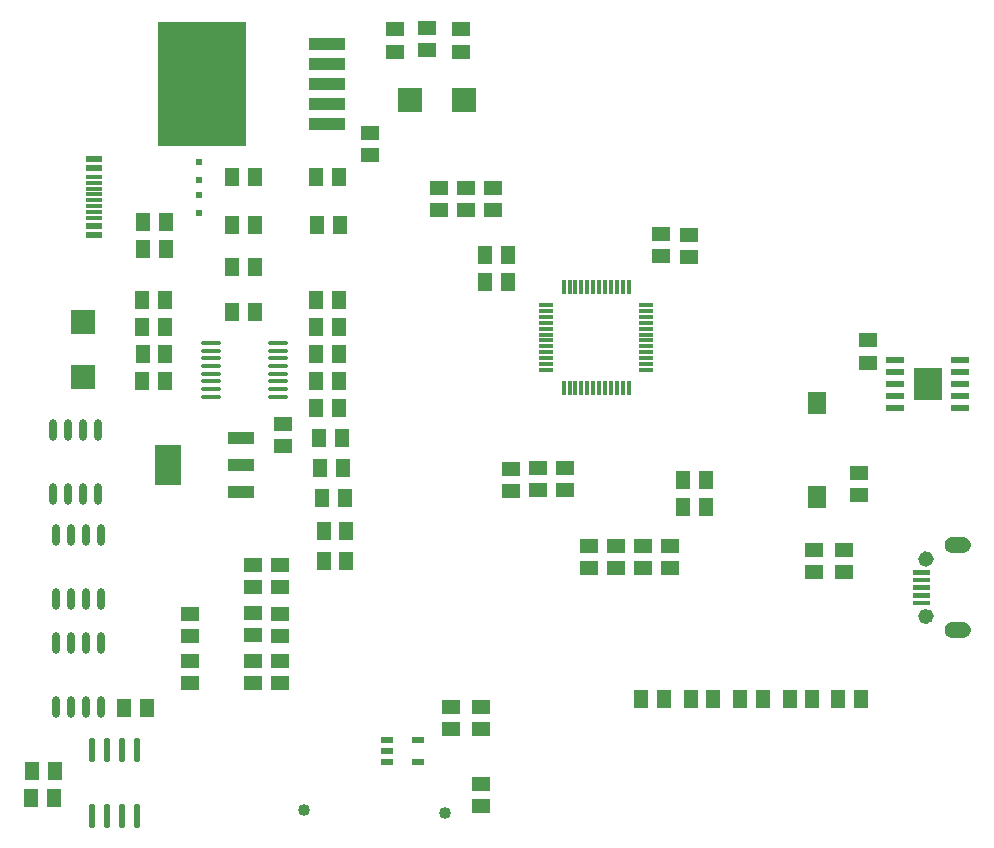
<source format=gtp>
G04*
G04 #@! TF.GenerationSoftware,Altium Limited,Altium Designer,21.6.4 (81)*
G04*
G04 Layer_Color=8421504*
%FSLAX25Y25*%
%MOIN*%
G70*
G04*
G04 #@! TF.SameCoordinates,D17E0072-19AB-4E61-9357-99CEFC96D61D*
G04*
G04*
G04 #@! TF.FilePolarity,Positive*
G04*
G01*
G75*
%ADD18C,0.02559*%
%ADD19R,0.05118X0.05906*%
%ADD20R,0.05709X0.02362*%
%ADD21R,0.05709X0.01181*%
%ADD22R,0.03937X0.02362*%
%ADD23R,0.01200X0.04700*%
%ADD24R,0.04700X0.01200*%
%ADD25R,0.02362X0.02362*%
%ADD26R,0.29610X0.41600*%
%ADD27R,0.12137X0.04016*%
%ADD28R,0.05906X0.05118*%
%ADD29O,0.06817X0.01350*%
%ADD30O,0.02480X0.07343*%
%ADD31R,0.05512X0.01575*%
%ADD32C,0.04000*%
%ADD33O,0.02315X0.08051*%
%ADD34R,0.08661X0.13780*%
%ADD35R,0.08661X0.04331*%
%ADD36R,0.07874X0.07874*%
%ADD37R,0.05906X0.02362*%
%ADD38R,0.09449X0.11024*%
%ADD39R,0.05906X0.07480*%
%ADD40R,0.07874X0.07874*%
G36*
X304744Y83847D02*
Y82272D01*
X309469D01*
X310256Y82272D01*
Y83847D01*
X309323D01*
X304744D01*
D02*
G37*
G36*
Y81288D02*
Y79713D01*
X309469D01*
X310256Y79713D01*
Y81288D01*
X309323D01*
X304744D01*
D02*
G37*
G36*
X317707Y68886D02*
X317370D01*
X316719Y69061D01*
X316136Y69398D01*
X315659Y69874D01*
X315322Y70458D01*
X315148Y71109D01*
Y71782D01*
X315322Y72433D01*
X315659Y73017D01*
X316136Y73493D01*
X316719Y73830D01*
X317370Y74005D01*
X317707D01*
D01*
X321250D01*
X321587D01*
X322238Y73830D01*
X322822Y73493D01*
X323298Y73017D01*
X323635Y72433D01*
X323810Y71782D01*
Y71109D01*
X323635Y70458D01*
X323298Y69874D01*
X322822Y69398D01*
X322238Y69061D01*
X321587Y68886D01*
X321250D01*
D01*
D01*
X317707D01*
D01*
D02*
G37*
G36*
X322238Y102176D02*
X322822Y101839D01*
X323298Y101363D01*
X323635Y100779D01*
X323810Y100128D01*
Y99455D01*
X323635Y98804D01*
X323298Y98220D01*
X322822Y97744D01*
X322238Y97407D01*
X321587Y97232D01*
X317370D01*
X316719Y97407D01*
X316136Y97744D01*
X315659Y98220D01*
X315322Y98804D01*
X315148Y99455D01*
Y100128D01*
X315322Y100779D01*
X315659Y101363D01*
X316136Y101839D01*
X316719Y102176D01*
X317370Y102351D01*
X321587D01*
X322238Y102176D01*
D02*
G37*
G36*
X310256Y89949D02*
X309469Y89949D01*
X304744D01*
Y91524D01*
X310256D01*
Y89949D01*
D02*
G37*
G36*
X310256Y87390D02*
X309469Y87390D01*
X304745D01*
Y88965D01*
X310256D01*
Y87390D01*
D02*
G37*
G36*
X310256Y84831D02*
X309469Y84831D01*
X304744D01*
Y86406D01*
X310256D01*
Y84831D01*
D02*
G37*
D18*
X310247Y76071D02*
G03*
X310247Y76071I-1280J0D01*
G01*
Y95165D02*
G03*
X310247Y95165I-1280J0D01*
G01*
D19*
X113240Y222500D02*
D03*
X105760D02*
D03*
X162020Y196500D02*
D03*
X169500D02*
D03*
X77760Y177500D02*
D03*
X85240D02*
D03*
X237980Y48500D02*
D03*
X230500D02*
D03*
X221500D02*
D03*
X214020D02*
D03*
X247020D02*
D03*
X254500D02*
D03*
X263500D02*
D03*
X270980D02*
D03*
X279760D02*
D03*
X287240D02*
D03*
X85240Y222500D02*
D03*
X77760D02*
D03*
X85240Y206500D02*
D03*
X77760D02*
D03*
X85240Y192500D02*
D03*
X77760D02*
D03*
X49240Y45500D02*
D03*
X41760D02*
D03*
X107760Y115500D02*
D03*
X115240D02*
D03*
X108280Y104500D02*
D03*
X115760D02*
D03*
Y94500D02*
D03*
X108280D02*
D03*
X114500Y125500D02*
D03*
X107020D02*
D03*
X162020Y187500D02*
D03*
X169500D02*
D03*
X114240Y135500D02*
D03*
X106760D02*
D03*
X18500Y24500D02*
D03*
X11020D02*
D03*
X18240Y15500D02*
D03*
X10760D02*
D03*
X235500Y121500D02*
D03*
X228020D02*
D03*
X235500Y112500D02*
D03*
X228020D02*
D03*
X48020Y207500D02*
D03*
X55500D02*
D03*
X113500Y206500D02*
D03*
X106020D02*
D03*
X55240Y154500D02*
D03*
X47760D02*
D03*
X47900Y163400D02*
D03*
X55380D02*
D03*
X55500Y198500D02*
D03*
X48020D02*
D03*
X105760Y145500D02*
D03*
X113240D02*
D03*
X55240Y172500D02*
D03*
X47760D02*
D03*
X55240Y181500D02*
D03*
X47760D02*
D03*
X105760Y172500D02*
D03*
X113240D02*
D03*
X105760Y154500D02*
D03*
X113240D02*
D03*
X113240Y181500D02*
D03*
X105760D02*
D03*
X113240Y163500D02*
D03*
X105760D02*
D03*
D20*
X31629Y203023D02*
D03*
Y206054D02*
D03*
Y225346D02*
D03*
Y228397D02*
D03*
D21*
Y208810D02*
D03*
Y210779D02*
D03*
Y212747D02*
D03*
Y214716D02*
D03*
Y216685D02*
D03*
Y218653D02*
D03*
X31628Y220621D02*
D03*
X31629Y222590D02*
D03*
D22*
X139619Y34980D02*
D03*
X139618Y27500D02*
D03*
X129382Y27500D02*
D03*
X129382Y31240D02*
D03*
X129382Y34980D02*
D03*
D23*
X188173Y152268D02*
D03*
X190142D02*
D03*
X192110D02*
D03*
X194079D02*
D03*
X196047D02*
D03*
X198016D02*
D03*
X199984D02*
D03*
X201953D02*
D03*
X203921D02*
D03*
X205890D02*
D03*
X207858D02*
D03*
X209827D02*
D03*
Y185732D02*
D03*
X207858D02*
D03*
X205890D02*
D03*
X203921D02*
D03*
X201953D02*
D03*
X199984D02*
D03*
X198016D02*
D03*
X196047D02*
D03*
X194079D02*
D03*
X192110D02*
D03*
X190142D02*
D03*
X188173D02*
D03*
D24*
X215732Y158173D02*
D03*
Y160142D02*
D03*
Y162110D02*
D03*
Y164079D02*
D03*
Y166047D02*
D03*
Y168016D02*
D03*
Y169984D02*
D03*
Y171953D02*
D03*
Y173921D02*
D03*
Y175890D02*
D03*
Y177858D02*
D03*
Y179827D02*
D03*
X182268D02*
D03*
Y177858D02*
D03*
Y175890D02*
D03*
Y173921D02*
D03*
Y171953D02*
D03*
Y169984D02*
D03*
Y168016D02*
D03*
Y166047D02*
D03*
Y164079D02*
D03*
Y162110D02*
D03*
Y160142D02*
D03*
Y158173D02*
D03*
D25*
X66500Y221547D02*
D03*
Y227453D02*
D03*
Y216453D02*
D03*
Y210547D02*
D03*
D26*
X67500Y253500D02*
D03*
D27*
X109310Y266886D02*
D03*
Y260193D02*
D03*
Y253500D02*
D03*
Y246807D02*
D03*
Y240114D02*
D03*
D28*
X188800Y118120D02*
D03*
Y125600D02*
D03*
X179700Y118020D02*
D03*
Y125500D02*
D03*
X170600Y117760D02*
D03*
Y125240D02*
D03*
X63500Y53760D02*
D03*
Y61240D02*
D03*
X160500Y45980D02*
D03*
Y38500D02*
D03*
Y20240D02*
D03*
Y12760D02*
D03*
X150500Y45980D02*
D03*
Y38500D02*
D03*
X220500Y203500D02*
D03*
Y196020D02*
D03*
X223500Y92020D02*
D03*
Y99500D02*
D03*
X214500Y92020D02*
D03*
Y99500D02*
D03*
X205500Y92020D02*
D03*
Y99500D02*
D03*
X196500Y92020D02*
D03*
Y99500D02*
D03*
X132000Y271740D02*
D03*
Y264260D02*
D03*
X142500Y264760D02*
D03*
Y272240D02*
D03*
X84500Y61240D02*
D03*
Y53760D02*
D03*
X154000Y271740D02*
D03*
Y264260D02*
D03*
X94500Y140240D02*
D03*
Y132760D02*
D03*
X63774Y76980D02*
D03*
Y69500D02*
D03*
X84500Y85760D02*
D03*
Y93240D02*
D03*
Y69760D02*
D03*
Y77240D02*
D03*
X93500Y85760D02*
D03*
Y93240D02*
D03*
Y61240D02*
D03*
Y53760D02*
D03*
Y76980D02*
D03*
Y69500D02*
D03*
X123500Y229760D02*
D03*
Y237240D02*
D03*
X229900Y203200D02*
D03*
Y195720D02*
D03*
X289480Y160638D02*
D03*
Y168118D02*
D03*
X286500Y116500D02*
D03*
Y123980D02*
D03*
X271500Y98240D02*
D03*
Y90760D02*
D03*
X281500Y98240D02*
D03*
Y90760D02*
D03*
X164500Y211500D02*
D03*
Y218980D02*
D03*
X155500Y218930D02*
D03*
Y211450D02*
D03*
X146500Y211500D02*
D03*
Y218980D02*
D03*
D29*
X70500Y167177D02*
D03*
Y164618D02*
D03*
Y162059D02*
D03*
Y159500D02*
D03*
Y156941D02*
D03*
Y154382D02*
D03*
Y151823D02*
D03*
Y149264D02*
D03*
X93065Y167177D02*
D03*
Y164618D02*
D03*
Y162059D02*
D03*
Y159500D02*
D03*
Y156941D02*
D03*
Y154382D02*
D03*
Y151823D02*
D03*
Y149264D02*
D03*
D30*
X19000Y81939D02*
D03*
X24000D02*
D03*
X29000D02*
D03*
X34000D02*
D03*
X19000Y103061D02*
D03*
X24000D02*
D03*
X29000D02*
D03*
X34000D02*
D03*
Y67061D02*
D03*
X29000D02*
D03*
X24000D02*
D03*
X19000D02*
D03*
X34000Y45939D02*
D03*
X29000D02*
D03*
X24000D02*
D03*
X19000D02*
D03*
X33000Y138061D02*
D03*
X28000D02*
D03*
X23000D02*
D03*
X18000D02*
D03*
X33000Y116939D02*
D03*
X28000D02*
D03*
X23000D02*
D03*
X18000D02*
D03*
D31*
X307500Y90736D02*
D03*
Y88177D02*
D03*
Y85618D02*
D03*
Y83059D02*
D03*
Y80500D02*
D03*
D32*
X101500Y11500D02*
D03*
X148500Y10500D02*
D03*
D33*
X46000Y31415D02*
D03*
X41000D02*
D03*
X36000D02*
D03*
X31000D02*
D03*
X46000Y9585D02*
D03*
X41000D02*
D03*
X36000D02*
D03*
X31000D02*
D03*
D34*
X56300Y126500D02*
D03*
D35*
X80700Y135555D02*
D03*
Y126500D02*
D03*
Y117445D02*
D03*
D36*
X155055Y248000D02*
D03*
X136945D02*
D03*
D37*
X320326Y145626D02*
D03*
Y149563D02*
D03*
Y153500D02*
D03*
Y157437D02*
D03*
Y161374D02*
D03*
X298673D02*
D03*
Y157437D02*
D03*
Y153500D02*
D03*
Y149563D02*
D03*
Y145626D02*
D03*
D38*
X309500Y153500D02*
D03*
D39*
X272500Y147248D02*
D03*
Y115752D02*
D03*
D40*
X28000Y155890D02*
D03*
Y174000D02*
D03*
M02*

</source>
